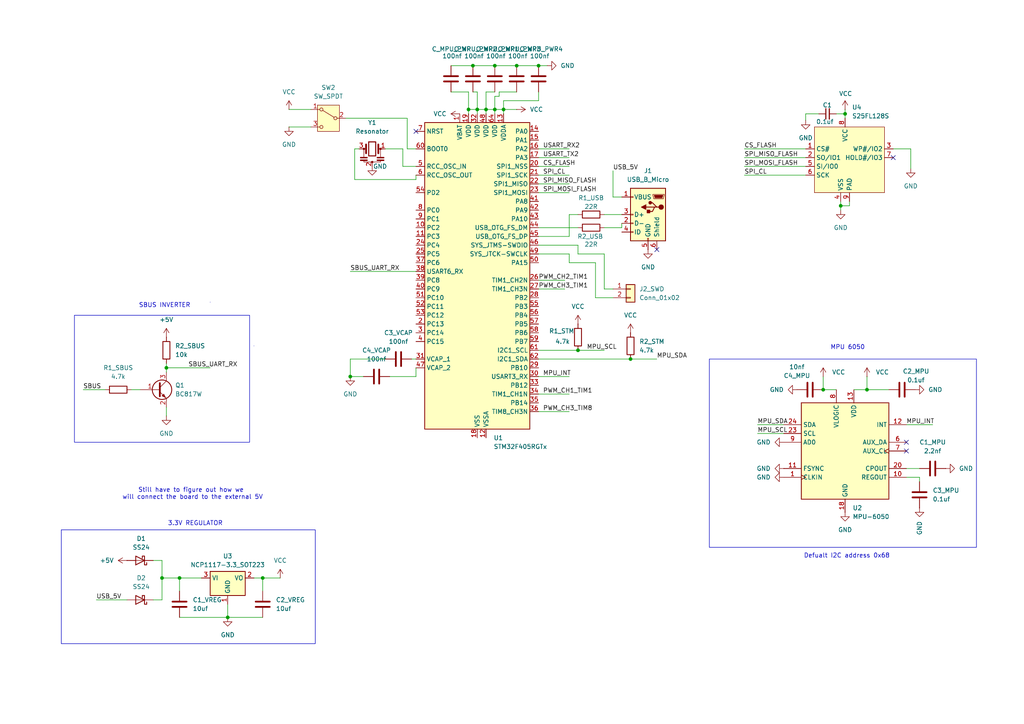
<source format=kicad_sch>
(kicad_sch (version 20231120) (generator "eeschema") (generator_version "8.0")
  (paper "A4")
  (lib_symbols
    (symbol "Connector:USB_B_Micro" (pin_names (offset 1.016))
      (property "Reference" "J" (at -5.08 11.43 0))
      (property "Value" "USB_B_Micro" (at -5.08 8.89 0))
      (symbol "USB_B_Micro_0_1"
        (rectangle (start -5.08 -7.62) (end 5.08 7.62) (stroke (width 0.254)) (fill (type background)))
        (circle (center -3.81 2.159) (radius 0.635) (stroke (width 0.254)) (fill (type outline)))
        (circle (center -0.635 3.429) (radius 0.381) (stroke (width 0.254)) (fill (type outline)))
        (rectangle (start -0.127 -7.62) (end 0.127 -6.858))
        (polyline (pts (xy -1.905 2.159) (xy 0.635 2.159)) (stroke (width 0.254)))
        (polyline (pts (xy -3.175 2.159) (xy -2.54 2.159) (xy -1.27 3.429) (xy -0.635 3.429)) (stroke (width 0.254)))
        (polyline (pts (xy -2.54 2.159) (xy -1.905 2.159) (xy -1.27 0.889) (xy 0 0.889)) (stroke (width 0.254)))
        (polyline (pts (xy 0.635 2.794) (xy 0.635 1.524) (xy 1.905 2.159) (xy 0.635 2.794)) (stroke (width 0.254)) (fill (type outline)))
        (polyline (pts (xy -4.318 5.588) (xy -1.778 5.588) (xy -2.032 4.826) (xy -4.064 4.826) (xy -4.318 5.588)) (fill (type outline)))
        (polyline (pts (xy -4.699 5.842) (xy -4.699 5.588) (xy -4.445 4.826) (xy -4.445 4.572) (xy -1.651 4.572) (xy -1.651 4.826) (xy -1.397 5.588) (xy -1.397 5.842) (xy -4.699 5.842)))
        (rectangle (start 0.254 1.27) (end -0.508 0.508) (stroke (width 0.254)) (fill (type outline)))
        (rectangle (start 5.08 -5.207) (end 4.318 -4.953))
        (rectangle (start 5.08 -2.667) (end 4.318 -2.413))
        (rectangle (start 5.08 -0.127) (end 4.318 0.127))
        (rectangle (start 5.08 4.953) (end 4.318 5.207))
      )
      (symbol "USB_B_Micro_1_1"
        (pin power_out line (at 7.62 5.08 180) (length 2.54) (name "VBUS") (number "1"))
        (pin bidirectional line (at 7.62 -2.54 180) (length 2.54) (name "D-") (number "2"))
        (pin bidirectional line (at 7.62 0 180) (length 2.54) (name "D+") (number "3"))
        (pin passive line (at 7.62 -5.08 180) (length 2.54) (name "ID") (number "4"))
        (pin power_out line (at 0 -10.16 90) (length 2.54) (name "GND") (number "5"))
        (pin passive line (at -2.54 -10.16 90) (length 2.54) (name "Shield") (number "6"))
      )
    )
    (symbol "Connector_Generic:Conn_01x02" (pin_names (offset 1.016) hide)
      (property "Reference" "J" (at 0 2.54 0))
      (property "Value" "Conn_01x02" (at 0 -5.08 0))
      (symbol "Conn_01x02_1_1"
        (rectangle (start -1.27 -2.413) (end 0 -2.667) (stroke (width 0.1524)))
        (rectangle (start -1.27 0.127) (end 0 -0.127) (stroke (width 0.1524)))
        (rectangle (start -1.27 1.27) (end 1.27 -3.81) (stroke (width 0.254)) (fill (type background)))
        (pin passive line (at -5.08 0 0) (length 3.81) (name "Pin_1") (number "1"))
        (pin passive line (at -5.08 -2.54 0) (length 3.81) (name "Pin_2") (number "2"))
      )
    )
    (symbol "Device:C" (pin_numbers hide) (pin_names (offset 0.254))
      (property "Reference" "C" (at 0.635 2.54 0))
      (property "Value" "C" (at 0.635 -2.54 0))
      (symbol "C_0_1"
        (polyline (pts (xy -2.032 -0.762) (xy 2.032 -0.762)) (stroke (width 0.508)))
        (polyline (pts (xy -2.032 0.762) (xy 2.032 0.762)) (stroke (width 0.508)))
      )
      (symbol "C_1_1"
        (pin passive line (at 0 3.81 270) (length 2.794) (name "~") (number "1"))
        (pin passive line (at 0 -3.81 90) (length 2.794) (name "~") (number "2"))
      )
    )
    (symbol "Device:C_Small" (pin_numbers hide) (pin_names (offset 0.254) hide)
      (property "Reference" "C" (at 0.254 1.778 0))
      (property "Value" "C_Small" (at 0.254 -2.032 0))
      (symbol "C_Small_0_1"
        (polyline (pts (xy -1.524 -0.508) (xy 1.524 -0.508)) (stroke (width 0.3302)))
        (polyline (pts (xy -1.524 0.508) (xy 1.524 0.508)) (stroke (width 0.3048)))
      )
      (symbol "C_Small_1_1"
        (pin passive line (at 0 2.54 270) (length 2.032) (name "~") (number "1"))
        (pin passive line (at 0 -2.54 90) (length 2.032) (name "~") (number "2"))
      )
    )
    (symbol "Device:R" (pin_numbers hide) (pin_names (offset 0))
      (property "Reference" "R" (at 2.032 0 90))
      (property "Value" "R" (at 0 0 90))
      (symbol "R_0_1"
        (rectangle (start -1.016 -2.54) (end 1.016 2.54) (stroke (width 0.254)))
      )
      (symbol "R_1_1"
        (pin passive line (at 0 3.81 270) (length 1.27) (name "~") (number "1"))
        (pin passive line (at 0 -3.81 90) (length 1.27) (name "~") (number "2"))
      )
    )
    (symbol "Device:Resonator" (pin_names (offset 1.016) hide)
      (property "Reference" "Y" (at 0 5.715 0))
      (property "Value" "Resonator" (at 0 3.81 0))
      (symbol "Resonator_0_1"
        (rectangle (start -3.429 -3.175) (end -1.397 -3.429) (fill (type outline)))
        (rectangle (start -3.429 -2.413) (end -1.397 -2.667) (fill (type outline)))
        (circle (center -2.413 0) (radius 0.254) (fill (type outline)))
        (rectangle (start -1.016 2.032) (end 1.016 -2.032) (stroke (width 0.3048)))
        (circle (center 0 -3.81) (radius 0.254) (fill (type outline)))
        (polyline (pts (xy -2.413 -2.413) (xy -2.413 0)))
        (polyline (pts (xy -1.905 0) (xy -3.175 0)))
        (polyline (pts (xy -1.778 -1.27) (xy -1.778 1.27)) (stroke (width 0.508)))
        (polyline (pts (xy 1.778 -1.27) (xy 1.778 1.27)) (stroke (width 0.508)))
        (polyline (pts (xy 1.905 0) (xy 2.54 0)))
        (polyline (pts (xy 2.413 0) (xy 2.413 -2.54)))
        (polyline (pts (xy 2.413 -3.302) (xy 2.413 -3.81) (xy -2.413 -3.81) (xy -2.413 -3.302)))
        (rectangle (start 1.397 -3.175) (end 3.429 -3.429) (fill (type outline)))
        (rectangle (start 1.397 -2.413) (end 3.429 -2.667) (fill (type outline)))
        (circle (center 2.413 0) (radius 0.254) (fill (type outline)))
      )
      (symbol "Resonator_1_1"
        (pin passive line (at -3.81 0 0) (length 1.27) (name "1") (number "1"))
        (pin passive line (at 0 -5.08 90) (length 1.27) (name "2") (number "2"))
        (pin passive line (at 3.81 0 180) (length 1.27) (name "3") (number "3"))
      )
    )
    (symbol "Diode:SS24" (pin_numbers hide) (pin_names (offset 1.016) hide)
      (property "Reference" "D" (at 0 2.54 0))
      (property "Value" "SS24" (at 0 -2.54 0))
      (symbol "SS24_0_1"
        (polyline (pts (xy 1.27 0) (xy -1.27 0)))
        (polyline (pts (xy 1.27 1.27) (xy 1.27 -1.27) (xy -1.27 0) (xy 1.27 1.27)) (stroke (width 0.254)))
        (polyline (pts (xy -1.905 0.635) (xy -1.905 1.27) (xy -1.27 1.27) (xy -1.27 -1.27) (xy -0.635 -1.27) (xy -0.635 -0.635)) (stroke (width 0.254)))
      )
      (symbol "SS24_1_1"
        (pin passive line (at -3.81 0 0) (length 2.54) (name "K") (number "1"))
        (pin passive line (at 3.81 0 180) (length 2.54) (name "A") (number "2"))
      )
    )
    (symbol "MCU_ST_STM32F4:STM32F405RGTx"
      (property "Reference" "U1" (at 4.7341 -45.72 0))
      (property "Value" "STM32F405RGTx" (at 4.7341 -48.26 0))
      (symbol "STM32F405RGTx_0_1"
        (rectangle (start -15.24 -43.18) (end 15.24 45.72) (stroke (width 0.254)) (fill (type background)))
      )
      (symbol "STM32F405RGTx_1_1"
        (pin power_in line (at -5.08 48.26 270) (length 2.54) (name "VBAT") (number "1"))
        (pin bidirectional line (at -17.78 15.24 0) (length 2.54) (name "PC2") (number "10"))
        (pin bidirectional line (at -17.78 12.7 0) (length 2.54) (name "PC3") (number "11"))
        (pin power_in line (at 2.54 -45.72 90) (length 2.54) (name "VSSA") (number "12"))
        (pin power_in line (at 7.62 48.26 270) (length 2.54) (name "VDDA") (number "13"))
        (pin bidirectional line (at 17.78 43.18 180) (length 2.54) (name "PA0") (number "14"))
        (pin bidirectional line (at 17.78 40.64 180) (length 2.54) (name "PA1") (number "15"))
        (pin bidirectional line (at 17.78 38.1 180) (length 2.54) (name "PA2") (number "16"))
        (pin bidirectional line (at 17.78 35.56 180) (length 2.54) (name "PA3") (number "17"))
        (pin power_in line (at 0 -45.72 90) (length 2.54) (name "VSS") (number "18"))
        (pin power_in line (at -2.54 48.26 270) (length 2.54) (name "VDD") (number "19"))
        (pin bidirectional line (at -17.78 -12.7 0) (length 2.54) (name "PC13") (number "2"))
        (pin bidirectional line (at 17.78 33.02 180) (length 2.54) (name "PA4") (number "20") (alternate "SPI1_NSS" bidirectional line))
        (pin bidirectional line (at 17.78 30.48 180) (length 2.54) (name "PA5") (number "21") (alternate "SPI1_SCK" bidirectional line))
        (pin bidirectional line (at 17.78 27.94 180) (length 2.54) (name "PA6") (number "22") (alternate "SPI1_MISO" bidirectional line))
        (pin bidirectional line (at 17.78 25.4 180) (length 2.54) (name "PA7") (number "23") (alternate "SPI1_MOSI" bidirectional line) (alternate "TIM1_CH1N" bidirectional line))
        (pin bidirectional line (at -17.78 10.16 0) (length 2.54) (name "PC4") (number "24"))
        (pin bidirectional line (at -17.78 7.62 0) (length 2.54) (name "PC5") (number "25"))
        (pin bidirectional line (at 17.78 0 180) (length 2.54) (name "PB0") (number "26") (alternate "TIM1_CH2N" bidirectional line))
        (pin bidirectional line (at 17.78 -2.54 180) (length 2.54) (name "PB1") (number "27") (alternate "TIM1_CH3N" bidirectional line) (alternate "TIM8_CH3N" bidirectional line))
        (pin bidirectional line (at 17.78 -5.08 180) (length 2.54) (name "PB2") (number "28"))
        (pin bidirectional line (at 17.78 -25.4 180) (length 2.54) (name "PB10") (number "29"))
        (pin bidirectional line (at -17.78 -15.24 0) (length 2.54) (name "PC14") (number "3"))
        (pin bidirectional line (at 17.78 -27.94 180) (length 2.54) (name "PB11") (number "30") (alternate "USART3_RX" bidirectional line))
        (pin power_out line (at -17.78 -22.86 0) (length 2.54) (name "VCAP_1") (number "31"))
        (pin power_in line (at 0 48.26 270) (length 2.54) (name "VDD") (number "32"))
        (pin bidirectional line (at 17.78 -30.48 180) (length 2.54) (name "PB12") (number "33"))
        (pin bidirectional line (at 17.78 -33.02 180) (length 2.54) (name "PB13") (number "34") (alternate "TIM1_CH1N" bidirectional line))
        (pin bidirectional line (at 17.78 -35.56 180) (length 2.54) (name "PB14") (number "35") (alternate "TIM1_CH2N" bidirectional line))
        (pin bidirectional line (at 17.78 -38.1 180) (length 2.54) (name "PB15") (number "36") (alternate "TIM1_CH3N" bidirectional line) (alternate "TIM8_CH3N" bidirectional line))
        (pin bidirectional line (at -17.78 5.08 0) (length 2.54) (name "PC6") (number "37"))
        (pin bidirectional line (at -17.78 2.54 0) (length 2.54) (name "PC7") (number "38") (alternate "USART6_RX" bidirectional line))
        (pin bidirectional line (at -17.78 0 0) (length 2.54) (name "PC8") (number "39"))
        (pin bidirectional line (at -17.78 -17.78 0) (length 2.54) (name "PC15") (number "4"))
        (pin bidirectional line (at -17.78 -2.54 0) (length 2.54) (name "PC9") (number "40"))
        (pin bidirectional line (at 17.78 22.86 180) (length 2.54) (name "PA8") (number "41"))
        (pin bidirectional line (at 17.78 20.32 180) (length 2.54) (name "PA9") (number "42"))
        (pin bidirectional line (at 17.78 17.78 180) (length 2.54) (name "PA10") (number "43"))
        (pin bidirectional line (at 17.78 15.24 180) (length 2.54) (name "PA11") (number "44") (alternate "USB_OTG_FS_DM" bidirectional line))
        (pin bidirectional line (at 17.78 12.7 180) (length 2.54) (name "PA12") (number "45") (alternate "USB_OTG_FS_DP" bidirectional line))
        (pin bidirectional line (at 17.78 10.16 180) (length 2.54) (name "PA13_SWDIO") (number "46") (alternate "SYS_JTMS-SWDIO" bidirectional line))
        (pin power_out line (at -17.78 -25.4 0) (length 2.54) (name "VCAP_2") (number "47"))
        (pin power_in line (at 2.54 48.26 270) (length 2.54) (name "VDD") (number "48"))
        (pin bidirectional line (at 17.78 7.62 180) (length 2.54) (name "PA14_SWDCLK") (number "49") (alternate "SYS_JTCK-SWCLK" bidirectional line))
        (pin bidirectional line (at -17.78 33.02 0) (length 2.54) (name "PH0") (number "5") (alternate "RCC_OSC_IN" bidirectional line))
        (pin bidirectional line (at 17.78 5.08 180) (length 2.54) (name "PA15") (number "50") (alternate "SPI1_NSS" bidirectional line))
        (pin bidirectional line (at -17.78 -5.08 0) (length 2.54) (name "PC10") (number "51"))
        (pin bidirectional line (at -17.78 -7.62 0) (length 2.54) (name "PC11") (number "52") (alternate "USART3_RX" bidirectional line))
        (pin bidirectional line (at -17.78 -10.16 0) (length 2.54) (name "PC12") (number "53"))
        (pin bidirectional line (at -17.78 25.4 0) (length 2.54) (name "PD2") (number "54"))
        (pin bidirectional line (at 17.78 -7.62 180) (length 2.54) (name "PB3") (number "55") (alternate "SPI1_SCK" bidirectional line))
        (pin bidirectional line (at 17.78 -10.16 180) (length 2.54) (name "PB4") (number "56") (alternate "SPI1_MISO" bidirectional line))
        (pin bidirectional line (at 17.78 -12.7 180) (length 2.54) (name "PB5") (number "57") (alternate "SPI1_MOSI" bidirectional line))
        (pin bidirectional line (at 17.78 -15.24 180) (length 2.54) (name "PB6") (number "58") (alternate "I2C1_SCL" bidirectional line))
        (pin bidirectional line (at 17.78 -17.78 180) (length 2.54) (name "PB7") (number "59") (alternate "I2C1_SDA" bidirectional line))
        (pin bidirectional line (at -17.78 30.48 0) (length 2.54) (name "PH1") (number "6") (alternate "RCC_OSC_OUT" bidirectional line))
        (pin input line (at -17.78 38.1 0) (length 2.54) (name "BOOT0") (number "60"))
        (pin bidirectional line (at 17.78 -20.32 180) (length 2.54) (name "PB8") (number "61") (alternate "I2C1_SCL" bidirectional line))
        (pin bidirectional line (at 17.78 -22.86 180) (length 2.54) (name "PB9") (number "62") (alternate "I2C1_SDA" bidirectional line))
        (pin passive line (at 0 -45.72 90) (length 2.54) hide (name "VSS") (number "63"))
        (pin power_in line (at 5.08 48.26 270) (length 2.54) (name "VDD") (number "64"))
        (pin input line (at -17.78 43.18 0) (length 2.54) (name "NRST") (number "7"))
        (pin bidirectional line (at -17.78 20.32 0) (length 2.54) (name "PC0") (number "8"))
        (pin bidirectional line (at -17.78 17.78 0) (length 2.54) (name "PC1") (number "9"))
      )
    )
    (symbol "Regulator_Linear:NCP1117-3.3_SOT223"
      (property "Reference" "U" (at -3.81 3.175 0))
      (property "Value" "NCP1117-3.3_SOT223" (at 0 3.175 0))
      (symbol "NCP1117-3.3_SOT223_0_1"
        (rectangle (start -5.08 -5.08) (end 5.08 1.905) (stroke (width 0.254)) (fill (type background)))
      )
      (symbol "NCP1117-3.3_SOT223_1_1"
        (pin power_in line (at 0 -7.62 90) (length 2.54) (name "GND") (number "1"))
        (pin power_out line (at 7.62 0 180) (length 2.54) (name "VO") (number "2"))
        (pin power_in line (at -7.62 0 0) (length 2.54) (name "VI") (number "3"))
      )
    )
    (symbol "Sensor_Motion:MPU-6050"
      (property "Reference" "U" (at -11.43 13.97 0))
      (property "Value" "MPU-6050" (at 7.62 -15.24 0))
      (symbol "MPU-6050_0_0"
        (text "" (at 12.7 -2.54 0) (effects (font (size 1.27 1.27))))
      )
      (symbol "MPU-6050_0_1"
        (rectangle (start -12.7 13.97) (end 12.7 -13.97) (stroke (width 0.254)) (fill (type background)))
      )
      (symbol "MPU-6050_1_1"
        (pin input clock (at -17.78 -7.62 0) (length 5.08) (name "CLKIN") (number "1"))
        (pin passive line (at 17.78 -7.62 180) (length 5.08) (name "REGOUT") (number "10"))
        (pin input line (at -17.78 -5.08 0) (length 5.08) (name "FSYNC") (number "11"))
        (pin output line (at 17.78 7.62 180) (length 5.08) (name "INT") (number "12"))
        (pin power_in line (at 2.54 17.78 270) (length 3.81) (name "VDD") (number "13"))
        (pin no_connect line (at -12.7 -10.16 0) (length 2.54) hide (name "NC") (number "14"))
        (pin no_connect line (at 12.7 12.7 180) (length 2.54) hide (name "NC") (number "15"))
        (pin no_connect line (at 12.7 10.16 180) (length 2.54) hide (name "NC") (number "16"))
        (pin no_connect line (at 12.7 5.08 180) (length 2.54) hide (name "NC") (number "17"))
        (pin power_in line (at 0 -17.78 90) (length 3.81) (name "GND") (number "18"))
        (pin no_connect line (at 12.7 -10.16 180) (length 2.54) hide (name "RESV") (number "19"))
        (pin no_connect line (at -12.7 12.7 0) (length 2.54) hide (name "NC") (number "2"))
        (pin passive line (at 17.78 -5.08 180) (length 5.08) (name "CPOUT") (number "20"))
        (pin no_connect line (at 12.7 -2.54 180) (length 2.54) hide (name "RESV") (number "21"))
        (pin no_connect line (at 12.7 -12.7 180) (length 2.54) hide (name "RESV") (number "22"))
        (pin input line (at -17.78 5.08 0) (length 5.08) (name "SCL") (number "23"))
        (pin bidirectional line (at -17.78 7.62 0) (length 5.08) (name "SDA") (number "24"))
        (pin no_connect line (at -12.7 10.16 0) (length 2.54) hide (name "NC") (number "3"))
        (pin no_connect line (at -12.7 0 0) (length 2.54) hide (name "NC") (number "4"))
        (pin no_connect line (at -12.7 -2.54 0) (length 2.54) hide (name "NC") (number "5"))
        (pin bidirectional line (at 17.78 2.54 180) (length 5.08) (name "AUX_DA") (number "6"))
        (pin output clock (at 17.78 0 180) (length 5.08) (name "AUX_CL") (number "7"))
        (pin power_in line (at -2.54 17.78 270) (length 3.81) (name "VLOGIC") (number "8"))
        (pin input line (at -17.78 2.54 0) (length 5.08) (name "AD0") (number "9"))
      )
    )
    (symbol "Switch:SW_SPDT" (pin_names (offset 0) hide)
      (property "Reference" "SW" (at 0 5.08 0))
      (property "Value" "SW_SPDT" (at 0 -5.08 0))
      (symbol "SW_SPDT_0_1"
        (circle (center -2.032 0) (radius 0.4572))
        (polyline (pts (xy -1.651 0.254) (xy 1.651 2.286)))
        (circle (center 2.032 -2.54) (radius 0.4572))
        (circle (center 2.032 2.54) (radius 0.4572))
      )
      (symbol "SW_SPDT_1_1"
        (rectangle (start -3.175 3.81) (end 3.175 -3.81) (fill (type background)))
        (pin passive line (at 5.08 2.54 180) (length 2.54) (name "A") (number "1"))
        (pin passive line (at -5.08 0 0) (length 2.54) (name "B") (number "2"))
        (pin passive line (at 5.08 -2.54 180) (length 2.54) (name "C") (number "3"))
      )
    )
    (symbol "Transistor_BJT:BC817W" (pin_names (offset 0) hide)
      (property "Reference" "Q" (at 5.08 1.905 0))
      (property "Value" "BC817W" (at 5.08 0 0))
      (symbol "BC817W_0_1"
        (polyline (pts (xy 0.635 0.635) (xy 2.54 2.54)))
        (polyline (pts (xy 0.635 -0.635) (xy 2.54 -2.54) (xy 2.54 -2.54)))
        (polyline (pts (xy 0.635 1.905) (xy 0.635 -1.905) (xy 0.635 -1.905)) (stroke (width 0.508)))
        (polyline (pts (xy 1.27 -1.778) (xy 1.778 -1.27) (xy 2.286 -2.286) (xy 1.27 -1.778) (xy 1.27 -1.778)) (fill (type outline)))
        (circle (center 1.27 0) (radius 2.8194) (stroke (width 0.254)))
      )
      (symbol "BC817W_1_1"
        (pin input line (at -5.08 0 0) (length 5.715) (name "B") (number "1"))
        (pin passive line (at 2.54 -5.08 90) (length 2.54) (name "E") (number "2"))
        (pin passive line (at 2.54 5.08 270) (length 2.54) (name "C") (number "3"))
      )
    )
    (symbol "UGR-22 Screen:S25FL128S"
      (property "Reference" "U" (at 0 17.78 0))
      (property "Value" "S25FL128S" (at 0 15.24 0))
      (symbol "S25FL128S_0_1"
        (rectangle (start -8.89 10.16) (end 11.43 -8.89) (fill (type background)))
      )
      (symbol "S25FL128S_1_1"
        (pin input line (at -11.43 3.81 0) (length 2.54) (name "CS#") (number "1"))
        (pin input line (at -11.43 1.27 0) (length 2.54) (name "SO/IO1") (number "2"))
        (pin input line (at 13.97 3.81 180) (length 2.54) (name "WP#/IO2") (number "3"))
        (pin power_in line (at -1.27 -11.43 90) (length 2.54) (name "VSS") (number "4"))
        (pin input line (at -11.43 -1.27 0) (length 2.54) (name "SI/IO0") (number "5"))
        (pin input line (at -11.43 -3.81 0) (length 2.54) (name "SCK") (number "6"))
        (pin input line (at 13.97 1.27 180) (length 2.54) (name "HOLD#/IO3") (number "7"))
        (pin power_in line (at 0 12.7 270) (length 2.54) (name "VCC") (number "8"))
        (pin free line (at 1.27 -11.43 90) (length 2.54) (name "PAD") (number "9"))
      )
    )
    (symbol "power:+5V" (power) (pin_numbers hide) (pin_names (offset 0) hide)
      (property "Value" "+5V" (at 0 3.556 0))
      (symbol "+5V_0_1"
        (polyline (pts (xy -0.762 1.27) (xy 0 2.54)))
        (polyline (pts (xy 0 0) (xy 0 2.54)))
        (polyline (pts (xy 0 2.54) (xy 0.762 1.27)))
      )
      (symbol "+5V_1_1"
        (pin power_in line (at 0 0 90) (length 0) (name "~") (number "1"))
      )
    )
    (symbol "power:GND" (power) (pin_numbers hide) (pin_names (offset 0) hide)
      (property "Value" "GND" (at 0 -3.81 0))
      (symbol "GND_0_1"
        (polyline (pts (xy 0 0) (xy 0 -1.27) (xy 1.27 -1.27) (xy 0 -2.54) (xy -1.27 -1.27) (xy 0 -1.27)))
      )
      (symbol "GND_1_1"
        (pin power_in line (at 0 0 270) (length 0) (name "~") (number "1"))
      )
    )
    (symbol "power:VCC" (power) (pin_numbers hide) (pin_names (offset 0) hide)
      (property "Value" "VCC" (at 0 3.556 0))
      (symbol "VCC_0_1"
        (polyline (pts (xy -0.762 1.27) (xy 0 2.54)))
        (polyline (pts (xy 0 0) (xy 0 2.54)))
        (polyline (pts (xy 0 2.54) (xy 0.762 1.27)))
      )
      (symbol "VCC_1_1"
        (pin power_in line (at 0 0 90) (length 0) (name "~") (number "1"))
      )
    )
  )
  (junction (at 46.99 167.64))
  (junction (at 238.76 113.03))
  (junction (at 52.07 167.64))
  (junction (at 137.16 19.05))
  (junction (at 66.04 179.07))
  (junction (at 167.64 101.6))
  (junction (at 243.84 59.69))
  (junction (at 251.46 113.03))
  (junction (at 143.51 19.05))
  (junction (at 48.26 106.68))
  (junction (at 138.43 31.75))
  (junction (at 156.21 19.05))
  (junction (at 135.89 31.75))
  (junction (at 182.88 104.14))
  (junction (at 149.86 19.05))
  (junction (at 76.2 167.64))
  (junction (at 101.6 109.22))
  (junction (at 245.11 33.02))
  (junction (at 146.05 31.75))
  (junction (at 140.97 31.75))
  (junction (at 143.51 31.75))
  (no_connect (at 259.08 45.72))
  (no_connect (at 190.5 72.39))
  (no_connect (at 120.65 38.1))
  (no_connect (at 262.89 130.81))
  (no_connect (at 262.89 128.27))
  (wire (pts (xy 138.43 31.75) (xy 140.97 31.75)))
  (wire (pts (xy 215.9 50.8) (xy 233.68 50.8)))
  (wire (pts (xy 167.64 71.12) (xy 156.21 71.12)))
  (wire (pts (xy 144.78 27.94) (xy 143.51 27.94)))
  (wire (pts (xy 156.21 119.38) (xy 165.1 119.38)))
  (wire (pts (xy 48.26 118.11) (xy 48.26 120.65)))
  (wire (pts (xy 215.9 43.18) (xy 233.68 43.18)))
  (wire (pts (xy 143.51 31.75) (xy 143.51 33.02)))
  (wire (pts (xy 167.64 62.23) (xy 165.1 62.23)))
  (wire (pts (xy 102.87 52.07) (xy 120.65 52.07)))
  (wire (pts (xy 135.89 31.75) (xy 138.43 31.75)))
  (wire (pts (xy 180.34 57.15) (xy 177.8 57.15)))
  (wire (pts (xy 156.21 109.22) (xy 165.1 109.22)))
  (wire (pts (xy 175.26 62.23) (xy 180.34 62.23)))
  (wire (pts (xy 135.89 26.67) (xy 135.89 31.75)))
  (wire (pts (xy 251.46 113.03) (xy 247.65 113.03)))
  (wire (pts (xy 264.16 43.18) (xy 259.08 43.18)))
  (wire (pts (xy 219.71 123.19) (xy 227.33 123.19)))
  (wire (pts (xy 48.26 106.68) (xy 48.26 107.95)))
  (wire (pts (xy 66.04 179.07) (xy 76.2 179.07)))
  (wire (pts (xy 156.21 19.05) (xy 158.75 19.05)))
  (wire (pts (xy 101.6 78.74) (xy 120.65 78.74)))
  (wire (pts (xy 215.9 48.26) (xy 233.68 48.26)))
  (wire (pts (xy 246.38 59.69) (xy 246.38 58.42)))
  (wire (pts (xy 52.07 179.07) (xy 66.04 179.07)))
  (wire (pts (xy 58.42 167.64) (xy 52.07 167.64)))
  (wire (pts (xy 233.68 33.02) (xy 237.49 33.02)))
  (wire (pts (xy 251.46 109.22) (xy 251.46 113.03)))
  (wire (pts (xy 140.97 31.75) (xy 143.51 31.75)))
  (wire (pts (xy 262.89 138.43) (xy 266.7 138.43)))
  (wire (pts (xy 83.82 31.75) (xy 90.17 31.75)))
  (wire (pts (xy 167.64 101.6) (xy 175.26 101.6)))
  (wire (pts (xy 144.78 26.67) (xy 144.78 27.94)))
  (wire (pts (xy 215.9 45.72) (xy 233.68 45.72)))
  (wire (pts (xy 243.84 58.42) (xy 243.84 59.69)))
  (wire (pts (xy 233.68 34.925) (xy 233.68 33.02)))
  (wire (pts (xy 243.84 59.69) (xy 243.84 60.96)))
  (wire (pts (xy 172.72 76.2) (xy 172.72 86.36)))
  (wire (pts (xy 138.43 26.67) (xy 137.16 26.67)))
  (wire (pts (xy 156.21 101.6) (xy 167.64 101.6)))
  (wire (pts (xy 156.21 114.3) (xy 165.1 114.3)))
  (wire (pts (xy 156.21 81.28) (xy 163.83 81.28)))
  (wire (pts (xy 120.65 43.18) (xy 118.11 43.18)))
  (wire (pts (xy 46.99 173.99) (xy 46.99 167.64)))
  (wire (pts (xy 156.21 66.04) (xy 167.64 66.04)))
  (wire (pts (xy 146.05 31.75) (xy 146.05 29.21)))
  (wire (pts (xy 165.1 68.58) (xy 156.21 68.58)))
  (wire (pts (xy 156.21 83.82) (xy 163.83 83.82)))
  (wire (pts (xy 165.1 62.23) (xy 165.1 68.58)))
  (wire (pts (xy 76.2 167.64) (xy 81.28 167.64)))
  (wire (pts (xy 156.21 29.21) (xy 156.21 26.67)))
  (wire (pts (xy 135.89 31.75) (xy 135.89 33.02)))
  (wire (pts (xy 146.05 33.02) (xy 146.05 31.75)))
  (wire (pts (xy 46.99 167.64) (xy 46.99 162.56)))
  (wire (pts (xy 24.13 113.03) (xy 30.48 113.03)))
  (wire (pts (xy 266.7 138.43) (xy 266.7 139.7)))
  (wire (pts (xy 73.66 167.64) (xy 76.2 167.64)))
  (wire (pts (xy 165.1 73.66) (xy 165.1 76.2)))
  (wire (pts (xy 245.11 31.75) (xy 245.11 33.02)))
  (wire (pts (xy 177.8 49.53) (xy 177.8 57.15)))
  (wire (pts (xy 140.97 26.67) (xy 140.97 31.75)))
  (wire (pts (xy 156.21 43.18) (xy 165.1 43.18)))
  (wire (pts (xy 175.26 73.66) (xy 167.64 73.66)))
  (wire (pts (xy 238.76 109.22) (xy 238.76 113.03)))
  (wire (pts (xy 149.86 19.05) (xy 156.21 19.05)))
  (wire (pts (xy 245.11 33.02) (xy 245.11 34.29)))
  (wire (pts (xy 101.6 104.14) (xy 101.6 109.22)))
  (wire (pts (xy 116.84 48.26) (xy 120.65 48.26)))
  (wire (pts (xy 156.21 104.14) (xy 182.88 104.14)))
  (wire (pts (xy 262.89 135.89) (xy 266.7 135.89)))
  (wire (pts (xy 118.11 43.18) (xy 118.11 34.29)))
  (wire (pts (xy 146.05 29.21) (xy 156.21 29.21)))
  (wire (pts (xy 38.1 113.03) (xy 40.64 113.03)))
  (wire (pts (xy 242.57 33.02) (xy 245.11 33.02)))
  (wire (pts (xy 180.34 64.77) (xy 180.34 66.04)))
  (wire (pts (xy 143.51 31.75) (xy 146.05 31.75)))
  (wire (pts (xy 149.86 26.67) (xy 144.78 26.67)))
  (wire (pts (xy 143.51 27.94) (xy 143.51 31.75)))
  (wire (pts (xy 119.38 104.14) (xy 120.65 104.14)))
  (wire (pts (xy 167.64 73.66) (xy 167.64 71.12)))
  (wire (pts (xy 52.07 167.64) (xy 46.99 167.64)))
  (wire (pts (xy 44.45 173.99) (xy 46.99 173.99)))
  (wire (pts (xy 46.99 162.56) (xy 44.45 162.56)))
  (wire (pts (xy 146.05 31.75) (xy 149.86 31.75)))
  (wire (pts (xy 48.26 106.68) (xy 60.96 106.68)))
  (wire (pts (xy 156.21 55.88) (xy 165.1 55.88)))
  (wire (pts (xy 104.14 43.18) (xy 102.87 43.18)))
  (wire (pts (xy 137.16 19.05) (xy 143.51 19.05)))
  (wire (pts (xy 130.81 19.05) (xy 137.16 19.05)))
  (wire (pts (xy 156.21 48.26) (xy 165.1 48.26)))
  (wire (pts (xy 264.16 48.895) (xy 264.16 43.18)))
  (wire (pts (xy 262.89 123.19) (xy 270.51 123.19)))
  (wire (pts (xy 227.33 125.73) (xy 219.71 125.73)))
  (wire (pts (xy 238.76 113.03) (xy 242.57 113.03)))
  (wire (pts (xy 116.84 43.18) (xy 116.84 48.26)))
  (wire (pts (xy 27.94 173.99) (xy 36.83 173.99)))
  (wire (pts (xy 76.2 167.64) (xy 76.2 171.45)))
  (wire (pts (xy 102.87 43.18) (xy 102.87 52.07)))
  (wire (pts (xy 111.76 104.14) (xy 101.6 104.14)))
  (wire (pts (xy 83.82 36.83) (xy 90.17 36.83)))
  (wire (pts (xy 156.21 73.66) (xy 165.1 73.66)))
  (wire (pts (xy 143.51 19.05) (xy 149.86 19.05)))
  (wire (pts (xy 111.76 43.18) (xy 116.84 43.18)))
  (wire (pts (xy 48.26 105.41) (xy 48.26 106.68)))
  (wire (pts (xy 120.65 106.68) (xy 120.65 109.22)))
  (wire (pts (xy 180.34 66.04) (xy 175.26 66.04)))
  (wire (pts (xy 120.65 109.22) (xy 113.03 109.22)))
  (wire (pts (xy 156.21 45.72) (xy 165.1 45.72)))
  (wire (pts (xy 101.6 109.22) (xy 105.41 109.22)))
  (wire (pts (xy 143.51 26.67) (xy 140.97 26.67)))
  (wire (pts (xy 182.88 104.14) (xy 190.5 104.14)))
  (wire (pts (xy 156.21 50.8) (xy 165.1 50.8)))
  (wire (pts (xy 175.26 83.82) (xy 177.8 83.82)))
  (wire (pts (xy 175.26 73.66) (xy 175.26 83.82)))
  (wire (pts (xy 138.43 26.67) (xy 138.43 31.75)))
  (wire (pts (xy 118.11 34.29) (xy 100.33 34.29)))
  (wire (pts (xy 243.84 59.69) (xy 246.38 59.69)))
  (wire (pts (xy 140.97 31.75) (xy 140.97 33.02)))
  (wire (pts (xy 130.81 26.67) (xy 135.89 26.67)))
  (wire (pts (xy 120.65 52.07) (xy 120.65 50.8)))
  (wire (pts (xy 251.46 113.03) (xy 257.81 113.03)))
  (wire (pts (xy 66.04 175.26) (xy 66.04 179.07)))
  (wire (pts (xy 138.43 31.75) (xy 138.43 33.02)))
  (wire (pts (xy 52.07 167.64) (xy 52.07 171.45)))
  (wire (pts (xy 172.72 86.36) (xy 177.8 86.36)))
  (wire (pts (xy 165.1 76.2) (xy 172.72 76.2)))
  (wire (pts (xy 156.21 53.34) (xy 165.1 53.34)))
  (rectangle (start 21.59 91.44) (end 72.39 128.27))
  (rectangle (start 17.78 153.67) (end 91.44 186.69))
  (rectangle (start 73.66 100.33) (end 73.66 100.33))
  (rectangle (start 71.12 91.44) (end 71.12 91.44))
  (rectangle (start 205.74 104.14) (end 283.21 158.75))
  (rectangle (start 60.96 87.63) (end 60.96 87.63))
  (text "3.3V REGULATOR" (at 56.642 151.892 0) (effects (font (size 1.27 1.27))))
  (text "SBUS INVERTER" (at 47.752 88.646 0) (effects (font (size 1.27 1.27))))
  (text "MPU 6050" (at 245.872 100.838 0) (effects (font (size 1.27 1.27))))
  (text "Defualt I2C address 0x68" (at 245.618 161.29 0) (effects (font (size 1.27 1.27))))
  (text "Still have to figure out how we \nwill connect the board to the external 5V" (at 55.88 143.256 0) (effects (font (size 1.27 1.27))))
  (label "MPU_INT" (at 157.48 109.22 0))
  (label "USART_RX2" (at 157.48 43.18 0))
  (label "USART_TX2" (at 157.48 45.72 0))
  (label "SPI_MOSI_FLASH" (at 157.48 55.88 0))
  (label "CS_FLASH" (at 157.48 48.26 0))
  (label "PWM_CH3_TIM8" (at 157.48 119.38 0))
  (label "SPI_CL" (at 157.48 50.8 0))
  (label "USB_5V" (at 177.8 49.53 0))
  (label "MPU_SDA" (at 219.71 123.19 0))
  (label "SPI_MISO_FLASH" (at 215.9 45.72 0))
  (label "MPU_SCL" (at 219.71 125.73 0))
  (label "SPI_MOSI_FLASH" (at 215.9 48.26 0))
  (label "PWM_CH1_TIM1" (at 157.48 114.3 0))
  (label "PWM_CH2_TIM1" (at 156.21 81.28 0))
  (label "MPU_INT" (at 262.89 123.19 0))
  (label "MPU_SCL" (at 170.18 101.6 0))
  (label "SPI_CL" (at 215.9 50.8 0))
  (label "MPU_SDA" (at 190.5 104.14 0))
  (label "SPI_MISO_FLASH" (at 157.48 53.34 0))
  (label "SBUS" (at 24.13 113.03 0))
  (label "PWM_CH3_TIM1" (at 156.21 83.82 0))
  (label "SBUS_UART_RX" (at 54.61 106.68 0))
  (label "SBUS_UART_RX" (at 101.6 78.74 0))
  (label "CS_FLASH" (at 215.9 43.18 0))
  (label "USB_5V" (at 27.94 173.99 0))
  (symbol (lib_id "power:GND") (at 48.26 120.65 0) (unit 1)
    (property "Reference" "#PWR019" (effects (hide yes)))
    (property "Value" "GND" (at 48.26 125.73 0))
    (property "Description" "Power symbol creates a global label with name \"GND\" , ground" (effects (hide yes)))
  )
  (symbol (lib_id "Device:C") (at 266.7 143.51 0) (unit 1)
    (property "Reference" "C3_MPU" (at 270.51 142.2399 0) (effects (justify left)))
    (property "Value" "0.1uf" (at 270.51 144.7799 0) (effects (justify left)))
    (property "Footprint" "Capacitor_SMD:C_0603_1608Metric_Pad1.08x0.95mm_HandSolder" (effects (hide yes)))
    (property "Description" "Unpolarized capacitor" (effects (hide yes)))
  )
  (symbol (lib_id "power:+5V") (at 48.26 97.79 0) (unit 1)
    (property "Reference" "#PWR018" (effects (hide yes)))
    (property "Value" "+5V" (at 48.26 92.71 0))
    (property "Description" "Power symbol creates a global label with name \"+5V\"" (effects (hide yes)))
  )
  (symbol (lib_id "Device:R") (at 34.29 113.03 270) (unit 1)
    (property "Reference" "R1_SBUS" (at 34.29 106.68 90))
    (property "Value" "4.7k" (at 34.29 109.22 90))
    (property "Footprint" "Resistor_SMD:R_0603_1608Metric_Pad0.98x0.95mm_HandSolder" (effects (hide yes)))
    (property "Description" "Resistor" (effects (hide yes)))
  )
  (symbol (lib_id "power:GND") (at 266.7 147.32 0) (unit 1)
    (property "Reference" "#PWR011" (effects (hide yes)))
    (property "Value" "GND" (at 266.7001 151.13 90) (effects (justify right)))
    (property "Description" "Power symbol creates a global label with name \"GND\" , ground" (effects (hide yes)))
  )
  (symbol (lib_id "power:GND") (at 274.32 135.89 90) (unit 1)
    (property "Reference" "#PWR010" (effects (hide yes)))
    (property "Value" "GND" (at 278.13 135.8899 90) (effects (justify right)))
    (property "Description" "Power symbol creates a global label with name \"GND\" , ground" (effects (hide yes)))
  )
  (symbol (lib_id "Device:C") (at 156.21 22.86 0) (unit 1)
    (property "Reference" "C_MPU_PWR4" (at 150.622 14.224 0) (effects (justify left)))
    (property "Value" "100nf" (at 153.67 16.256 0) (effects (justify left)))
    (property "Footprint" "Capacitor_SMD:C_0603_1608Metric_Pad1.08x0.95mm_HandSolder" (effects (hide yes)))
    (property "Description" "Unpolarized capacitor" (effects (hide yes)))
  )
  (symbol (lib_id "power:GND") (at 83.82 36.83 0) (unit 1)
    (property "Reference" "#PWR05" (effects (hide yes)))
    (property "Value" "GND" (at 83.82 41.91 0))
    (property "Description" "Power symbol creates a global label with name \"GND\" , ground" (effects (hide yes)))
  )
  (symbol (lib_id "power:GND") (at 227.33 138.43 270) (unit 1)
    (property "Reference" "#PWR012" (effects (hide yes)))
    (property "Value" "GND" (at 223.52 138.4299 90) (effects (justify right)))
    (property "Description" "Power symbol creates a global label with name \"GND\" , ground" (effects (hide yes)))
  )
  (symbol (lib_id "power:GND") (at 227.33 128.27 270) (unit 1)
    (property "Reference" "#PWR016" (effects (hide yes)))
    (property "Value" "GND" (at 223.52 128.2699 90) (effects (justify right)))
    (property "Description" "Power symbol creates a global label with name \"GND\" , ground" (effects (hide yes)))
  )
  (symbol (lib_id "power:GND") (at 101.6 109.22 0) (unit 1)
    (property "Reference" "#PWR06" (effects (hide yes)))
    (property "Value" "GND" (at 101.6 114.3 0))
    (property "Description" "Power symbol creates a global label with name \"GND\" , ground" (effects (hide yes)))
  )
  (symbol (lib_id "power:GND") (at 243.84 60.96 0) (unit 1)
    (property "Reference" "#PWR024" (effects (hide yes)))
    (property "Value" "GND" (at 243.84 66.04 0))
  )
  (symbol (lib_id "Sensor_Motion:MPU-6050") (at 245.11 130.81 0) (unit 1)
    (property "Reference" "U2" (at 247.3041 147.32 0) (effects (justify left)))
    (property "Value" "MPU-6050" (at 247.3041 149.86 0) (effects (justify left)))
    (property "Footprint" "Sensor_Motion:InvenSense_QFN-24_4x4mm_P0.5mm" (effects (hide yes)))
    (property "Datasheet" "https://invensense.tdk.com/wp-content/uploads/2015/02/MPU-6000-Datasheet1.pdf" (effects (hide yes)))
    (property "Description" "InvenSense 6-Axis Motion Sensor, Gyroscope, Accelerometer, I2C" (effects (hide yes)))
  )
  (symbol (lib_id "power:GND") (at 107.95 48.26 0) (unit 1)
    (property "Reference" "#PWR03" (effects (hide yes)))
    (property "Value" "GND" (at 110.236 48.26 0))
    (property "Description" "Power symbol creates a global label with name \"GND\" , ground" (effects (hide yes)))
  )
  (symbol (lib_id "power:GND") (at 66.04 179.07 0) (unit 1)
    (property "Reference" "#PWR01" (effects (hide yes)))
    (property "Value" "GND" (at 66.04 184.15 0))
    (property "Description" "Power symbol creates a global label with name \"GND\" , ground" (effects (hide yes)))
  )
  (symbol (lib_id "power:VCC") (at 81.28 167.64 0) (unit 1)
    (property "Reference" "#PWR02" (effects (hide yes)))
    (property "Value" "VCC" (at 81.28 162.56 0))
    (property "Description" "Power symbol creates a global label with name \"VCC\"" (effects (hide yes)))
  )
  (symbol (lib_id "Device:C") (at 261.62 113.03 90) (unit 1)
    (property "Reference" "C2_MPU" (at 265.684 107.696 90))
    (property "Value" "0.1uf" (at 265.684 110.236 90))
    (property "Footprint" "Capacitor_SMD:C_0603_1608Metric_Pad1.08x0.95mm_HandSolder" (effects (hide yes)))
    (property "Description" "Unpolarized capacitor" (effects (hide yes)))
  )
  (symbol (lib_id "power:VCC") (at 182.88 96.52 0) (unit 1)
    (property "Reference" "#PWR015" (effects (hide yes)))
    (property "Value" "VCC" (at 182.88 91.44 0))
    (property "Description" "Power symbol creates a global label with name \"VCC\"" (effects (hide yes)))
  )
  (symbol (lib_id "Device:C") (at 149.86 22.86 0) (unit 1)
    (property "Reference" "C_MPU_PWR3" (at 144.272 14.224 0) (effects (justify left)))
    (property "Value" "100nf" (at 147.32 16.256 0) (effects (justify left)))
    (property "Footprint" "Capacitor_SMD:C_0603_1608Metric_Pad1.08x0.95mm_HandSolder" (effects (hide yes)))
    (property "Description" "Unpolarized capacitor" (effects (hide yes)))
  )
  (symbol (lib_id "Transistor_BJT:BC817W") (at 45.72 113.03 0) (unit 1)
    (property "Reference" "Q1" (at 50.8 111.7599 0) (effects (justify left)))
    (property "Value" "BC817W" (at 50.8 114.2999 0) (effects (justify left)))
    (property "Footprint" "Package_TO_SOT_SMD:SOT-23" (effects (hide yes)))
    (property "Datasheet" "https://www.onsemi.com/pub/Collateral/BC818-D.pdf" (effects (hide yes)))
    (property "Description" "0.8A Ic, 45V Vce, NPN Transistor, SOT-323" (effects (hide yes)))
  )
  (symbol (lib_id "Device:C") (at 109.22 109.22 90) (unit 1)
    (property "Reference" "C4_VCAP" (at 109.22 101.6 90))
    (property "Value" "100nf" (at 109.22 104.14 90))
    (property "Footprint" "Capacitor_SMD:C_0603_1608Metric_Pad1.08x0.95mm_HandSolder" (effects (hide yes)))
    (property "Description" "Unpolarized capacitor" (effects (hide yes)))
  )
  (symbol (lib_id "power:VCC") (at 238.76 109.22 0) (unit 1)
    (property "Reference" "#PWR028" (effects (hide yes)))
    (property "Value" "VCC" (at 241.3 107.9499 0) (effects (justify left)))
    (property "Description" "Power symbol creates a global label with name \"VCC\"" (effects (hide yes)))
  )
  (symbol (lib_id "Device:R") (at 182.88 100.33 0) (unit 1)
    (property "Reference" "R2_STM" (at 185.42 99.0599 0) (effects (justify left)))
    (property "Value" "4.7k" (at 185.42 101.5999 0) (effects (justify left)))
    (property "Footprint" "Resistor_SMD:R_0603_1608Metric_Pad0.98x0.95mm_HandSolder" (effects (hide yes)))
    (property "Description" "Resistor" (effects (hide yes)))
  )
  (symbol (lib_id "Device:C") (at 115.57 104.14 90) (unit 1)
    (property "Reference" "C3_VCAP" (at 115.57 96.52 90))
    (property "Value" "100nf" (at 115.57 99.06 90))
    (property "Footprint" "Capacitor_SMD:C_0603_1608Metric_Pad1.08x0.95mm_HandSolder" (effects (hide yes)))
    (property "Description" "Unpolarized capacitor" (effects (hide yes)))
  )
  (symbol (lib_id "Switch:SW_SPDT") (at 95.25 34.29 0) (mirror y) (unit 1)
    (property "Reference" "SW2" (at 95.25 25.4 0))
    (property "Value" "SW_SPDT" (at 95.25 27.94 0))
    (property "Footprint" "Button_Switch_THT:SW_Slide-03_Wuerth-WS-SLTV_10x2.5x6.4_P2.54mm" (effects (hide yes)))
    (property "Description" "Switch, single pole double throw" (effects (hide yes)))
  )
  (symbol (lib_id "power:VCC") (at 149.86 31.75 270) (unit 1)
    (property "Reference" "#PWR021" (effects (hide yes)))
    (property "Value" "VCC" (at 153.67 31.7499 90) (effects (justify left)))
    (property "Description" "Power symbol creates a global label with name \"VCC\"" (effects (hide yes)))
  )
  (symbol (lib_id "Device:R") (at 48.26 101.6 0) (unit 1)
    (property "Reference" "R2_SBUS" (at 50.8 100.3299 0) (effects (justify left)))
    (property "Value" "10k" (at 50.8 102.8699 0) (effects (justify left)))
    (property "Footprint" "Resistor_SMD:R_0603_1608Metric_Pad0.98x0.95mm_HandSolder" (effects (hide yes)))
    (property "Description" "Resistor" (effects (hide yes)))
  )
  (symbol (lib_id "power:VCC") (at 133.35 33.02 90) (unit 1)
    (property "Reference" "#PWR022" (effects (hide yes)))
    (property "Value" "VCC" (at 129.54 33.0199 90) (effects (justify left)))
    (property "Description" "Power symbol creates a global label with name \"VCC\"" (effects (hide yes)))
  )
  (symbol (lib_id "power:VCC") (at 83.82 31.75 0) (unit 1)
    (property "Reference" "#PWR04" (effects (hide yes)))
    (property "Value" "VCC" (at 83.82 26.67 0))
    (property "Description" "Power symbol creates a global label with name \"VCC\"" (effects (hide yes)))
  )
  (symbol (lib_id "Device:C") (at 137.16 22.86 0) (unit 1)
    (property "Reference" "C_MPU_PWR2" (at 131.572 14.224 0) (effects (justify left)))
    (property "Value" "100nf" (at 134.62 16.256 0) (effects (justify left)))
    (property "Footprint" "Capacitor_SMD:C_0603_1608Metric_Pad1.08x0.95mm_HandSolder" (effects (hide yes)))
    (property "Description" "Unpolarized capacitor" (effects (hide yes)))
  )
  (symbol (lib_id "Device:C") (at 52.07 175.26 0) (unit 1)
    (property "Reference" "C1_VREG" (at 55.88 173.9899 0) (effects (justify left)))
    (property "Value" "10uf" (at 55.88 176.5299 0) (effects (justify left)))
    (property "Footprint" "Capacitor_SMD:C_0603_1608Metric_Pad1.08x0.95mm_HandSolder" (effects (hide yes)))
    (property "Description" "Unpolarized capacitor" (effects (hide yes)))
  )
  (symbol (lib_id "UGR-22 Screen:S25FL128S") (at 245.11 46.99 0) (unit 1)
    (property "Reference" "U4" (at 247.1294 31.115 0) (effects (justify left)))
    (property "Value" "S25FL128S" (at 247.1294 33.655 0) (effects (justify left)))
    (property "Footprint" "Library:WSON-8-1EP_8x6mm_P1.27mm_EP3.4x4.3mm" (effects (hide yes)))
  )
  (symbol (lib_id "Device:C") (at 234.95 113.03 270) (unit 1)
    (property "Reference" "C4_MPU" (at 231.14 108.966 90))
    (property "Value" "10nf" (at 231.14 106.426 90))
    (property "Footprint" "Capacitor_SMD:C_0603_1608Metric_Pad1.08x0.95mm_HandSolder" (effects (hide yes)))
    (property "Description" "Unpolarized capacitor" (effects (hide yes)))
  )
  (symbol (lib_id "Device:C") (at 143.51 22.86 0) (unit 1)
    (property "Reference" "C_MPU_PWR1" (at 137.922 14.224 0) (effects (justify left)))
    (property "Value" "100nf" (at 140.97 16.256 0) (effects (justify left)))
    (property "Footprint" "Capacitor_SMD:C_0603_1608Metric_Pad1.08x0.95mm_HandSolder" (effects (hide yes)))
    (property "Description" "Unpolarized capacitor" (effects (hide yes)))
  )
  (symbol (lib_id "Connector_Generic:Conn_01x02") (at 182.88 83.82 0) (unit 1)
    (property "Reference" "J2_SWD" (at 185.42 83.8199 0) (effects (justify left)))
    (property "Value" "Conn_01x02" (at 185.42 86.3599 0) (effects (justify left)))
    (property "Footprint" "Connector_PinSocket_2.00mm:PinSocket_1x02_P2.00mm_Vertical" (effects (hide yes)))
    (property "Description" "Generic connector, single row, 01x02, script generated (kicad-library-utils/schlib/autogen/connector/)" (effects (hide yes)))
  )
  (symbol (lib_id "Device:R") (at 171.45 66.04 90) (unit 1)
    (property "Reference" "R2_USB" (at 171.196 68.58 90))
    (property "Value" "22R" (at 171.45 70.866 90))
    (property "Footprint" "Resistor_SMD:R_0603_1608Metric_Pad0.98x0.95mm_HandSolder" (effects (hide yes)))
    (property "Description" "Resistor" (effects (hide yes)))
  )
  (symbol (lib_id "MCU_ST_STM32F4:STM32F405RGTx") (at 138.43 81.28 0) (unit 1)
    (property "Reference" "U1" (at 143.1641 127 0) (effects (justify left)))
    (property "Value" "STM32F405RGTx" (at 143.1641 129.54 0) (effects (justify left)))
    (property "Footprint" "Package_QFP:LQFP-64_10x10mm_P0.5mm" (effects (hide yes)))
    (property "Datasheet" "https://www.st.com/resource/en/datasheet/stm32f405rg.pdf" (effects (hide yes)))
    (property "Description" "STMicroelectronics Arm Cortex-M4 MCU, 1024KB flash, 192KB RAM, 168 MHz, 1.8-3.6V, 51 GPIO, LQFP64" (effects (hide yes)))
    (pin "22" (alternate "SPI1_MISO"))
    (pin "34" (alternate "TIM1_CH1N"))
    (pin "6" (alternate "RCC_OSC_OUT"))
    (pin "21" (alternate "SPI1_SCK"))
    (pin "61" (alternate "I2C1_SCL"))
    (pin "62" (alternate "I2C1_SDA"))
    (pin "20" (alternate "SPI1_NSS"))
    (pin "23" (alternate "SPI1_MOSI"))
    (pin "45" (alternate "USB_OTG_FS_DP"))
    (pin "46" (alternate "SYS_JTMS-SWDIO"))
    (pin "26" (alternate "TIM1_CH2N"))
    (pin "49" (alternate "SYS_JTCK-SWCLK"))
    (pin "5" (alternate "RCC_OSC_IN"))
    (pin "30" (alternate "USART3_RX"))
    (pin "27" (alternate "TIM1_CH3N"))
    (pin "44" (alternate "USB_OTG_FS_DM"))
    (pin "38" (alternate "USART6_RX"))
    (pin "36" (alternate "TIM8_CH3N"))
  )
  (symbol (lib_id "Connector:USB_B_Micro") (at 187.96 62.23 0) (mirror y) (unit 1)
    (property "Reference" "J1" (at 187.96 49.53 0))
    (property "Value" "USB_B_Micro" (at 187.96 52.07 0))
    (property "Footprint" "Connector_USB:USB_Micro-B_Amphenol_10103594-0001LF_Horizontal" (effects (hide yes)))
    (property "Description" "USB Micro Type B connector" (effects (hide yes)))
  )
  (symbol (lib_id "power:GND") (at 265.43 113.03 90) (unit 1)
    (property "Reference" "#PWR027" (effects (hide yes)))
    (property "Value" "GND" (at 269.24 113.0299 90) (effects (justify right)))
    (property "Description" "Power symbol creates a global label with name \"GND\" , ground" (effects (hide yes)))
  )
  (symbol (lib_id "power:GND") (at 245.11 148.59 0) (unit 1)
    (property "Reference" "#PWR08" (effects (hide yes)))
    (property "Value" "GND" (at 245.11 153.67 0))
    (property "Description" "Power symbol creates a global label with name \"GND\" , ground" (effects (hide yes)))
  )
  (symbol (lib_id "Diode:SS24") (at 40.64 162.56 180) (unit 1)
    (property "Reference" "D1" (at 40.9575 156.21 0))
    (property "Value" "SS24" (at 40.9575 158.75 0))
    (property "Footprint" "Diode_SMD:D_SMA" (effects (hide yes)))
    (property "Datasheet" "https://www.vishay.com/docs/88748/ss22.pdf" (effects (hide yes)))
    (property "Description" "40V 2A Schottky Diode, SMA" (effects (hide yes)))
  )
  (symbol (lib_id "power:+5V") (at 36.83 162.56 90) (unit 1)
    (property "Reference" "#PWR017" (effects (hide yes)))
    (property "Value" "+5V" (at 33.02 162.5599 90) (effects (justify left)))
    (property "Description" "Power symbol creates a global label with name \"+5V\"" (effects (hide yes)))
  )
  (symbol (lib_id "Regulator_Linear:NCP1117-3.3_SOT223") (at 66.04 167.64 0) (unit 1)
    (property "Reference" "U3" (at 66.04 161.29 0))
    (property "Value" "NCP1117-3.3_SOT223" (at 66.04 163.83 0))
    (property "Footprint" "Package_TO_SOT_SMD:SOT-223-3_TabPin2" (effects (hide yes)))
    (property "Datasheet" "http://www.onsemi.com/pub_link/Collateral/NCP1117-D.PDF" (effects (hide yes)))
    (property "Description" "1A Low drop-out regulator, Fixed Output 3.3V, SOT-223" (effects (hide yes)))
  )
  (symbol (lib_id "power:GND") (at 187.96 72.39 0) (unit 1)
    (property "Reference" "#PWR07" (effects (hide yes)))
    (property "Value" "GND" (at 187.96 77.47 0))
    (property "Description" "Power symbol creates a global label with name \"GND\" , ground" (effects (hide yes)))
  )
  (symbol (lib_id "power:GND") (at 264.16 48.895 0) (unit 1)
    (property "Reference" "#PWR026" (effects (hide yes)))
    (property "Value" "GND" (at 264.16 53.975 0))
  )
  (symbol (lib_id "power:GND") (at 231.14 113.03 270) (unit 1)
    (property "Reference" "#PWR029" (effects (hide yes)))
    (property "Value" "GND" (at 227.33 113.0301 90) (effects (justify right)))
    (property "Description" "Power symbol creates a global label with name \"GND\" , ground" (effects (hide yes)))
  )
  (symbol (lib_id "Device:R") (at 167.64 97.79 0) (unit 1)
    (property "Reference" "R1_STM" (at 159.258 96.012 0) (effects (justify left)))
    (property "Value" "4.7k" (at 161.036 99.06 0) (effects (justify left)))
    (property "Footprint" "Resistor_SMD:R_0603_1608Metric_Pad0.98x0.95mm_HandSolder" (effects (hide yes)))
    (property "Description" "Resistor" (effects (hide yes)))
  )
  (symbol (lib_id "Device:Resonator") (at 107.95 43.18 0) (mirror y) (unit 1)
    (property "Reference" "Y1" (at 107.95 35.56 0))
    (property "Value" "Resonator" (at 107.95 38.1 0))
    (property "Footprint" "Crystal:Resonator_SMD_Murata_CSTCR_4.5x2x1.15mm" (effects (hide yes)))
    (property "Description" "Three pin ceramic resonator" (effects (hide yes)))
  )
  (symbol (lib_id "power:GND") (at 227.33 135.89 270) (unit 1)
    (property "Reference" "#PWR013" (effects (hide yes)))
    (property "Value" "GND" (at 223.52 135.8899 90) (effects (justify right)))
    (property "Description" "Power symbol creates a global label with name \"GND\" , ground" (effects (hide yes)))
  )
  (symbol (lib_id "Device:C_Small") (at 240.03 33.02 90) (unit 1)
    (property "Reference" "C1" (at 241.3 30.48 90) (effects (justify left)))
    (property "Value" "0.1uf" (at 241.808 35.306 90) (effects (justify left)))
    (property "Footprint" "Capacitor_SMD:C_0603_1608Metric_Pad1.08x0.95mm_HandSolder" (effects (hide yes)))
  )
  (symbol (lib_id "power:GND") (at 233.68 34.925 0) (unit 1)
    (property "Reference" "#PWR023" (effects (hide yes)))
    (property "Value" "GND" (at 233.68 40.005 0))
  )
  (symbol (lib_id "power:VCC") (at 245.11 31.75 0) (unit 1)
    (property "Reference" "#PWR025" (effects (hide yes)))
    (property "Value" "VCC" (at 243.332 27.178 0) (effects (justify left)))
    (property "Description" "Power symbol creates a global label with name \"VCC\"" (effects (hide yes)))
  )
  (symbol (lib_id "Device:C") (at 76.2 175.26 0) (unit 1)
    (property "Reference" "C2_VREG" (at 80.01 173.9899 0) (effects (justify left)))
    (property "Value" "10uf" (at 80.01 176.5299 0) (effects (justify left)))
    (property "Footprint" "Capacitor_SMD:C_0603_1608Metric_Pad1.08x0.95mm_HandSolder" (effects (hide yes)))
    (property "Description" "Unpolarized capacitor" (effects (hide yes)))
  )
  (symbol (lib_id "power:GND") (at 158.75 19.05 90) (unit 1)
    (property "Reference" "#PWR020" (effects (hide yes)))
    (property "Value" "GND" (at 162.56 19.0499 90) (effects (justify right)))
    (property "Description" "Power symbol creates a global label with name \"GND\" , ground" (effects (hide yes)))
  )
  (symbol (lib_id "Device:C") (at 130.81 22.86 0) (unit 1)
    (property "Reference" "C_MPU_PWR" (at 125.222 14.224 0) (effects (justify left)))
    (property "Value" "100nf" (at 128.27 16.256 0) (effects (justify left)))
    (property "Footprint" "Capacitor_SMD:C_0603_1608Metric_Pad1.08x0.95mm_HandSolder" (effects (hide yes)))
    (property "Description" "Unpolarized capacitor" (effects (hide yes)))
  )
  (symbol (lib_id "power:VCC") (at 251.46 109.22 0) (unit 1)
    (property "Reference" "#PWR09" (effects (hide yes)))
    (property "Value" "VCC" (at 254 107.9499 0) (effects (justify left)))
    (property "Description" "Power symbol creates a global label with name \"VCC\"" (effects (hide yes)))
  )
  (symbol (lib_id "power:VCC") (at 167.64 93.98 0) (unit 1)
    (property "Reference" "#PWR014" (effects (hide yes)))
    (property "Value" "VCC" (at 167.64 88.9 0))
    (property "Description" "Power symbol creates a global label with name \"VCC\"" (effects (hide yes)))
  )
  (symbol (lib_id "Device:R") (at 171.45 62.23 90) (unit 1)
    (property "Reference" "R1_USB" (at 171.45 57.404 90))
    (property "Value" "22R" (at 171.45 59.944 90))
    (property "Footprint" "Resistor_SMD:R_0603_1608Metric_Pad0.98x0.95mm_HandSolder" (effects (hide yes)))
    (property "Description" "Resistor" (effects (hide yes)))
  )
  (symbol (lib_id "Device:C") (at 270.51 135.89 90) (unit 1)
    (property "Reference" "C1_MPU" (at 270.51 128.27 90))
    (property "Value" "2.2nf" (at 270.51 130.81 90))
    (property "Footprint" "Capacitor_SMD:C_0603_1608Metric_Pad1.08x0.95mm_HandSolder" (effects (hide yes)))
    (property "Description" "Unpolarized capacitor" (effects (hide yes)))
  )
  (symbol (lib_id "Diode:SS24") (at 40.64 173.99 180) (unit 1)
    (property "Reference" "D2" (at 40.9575 167.64 0))
    (property "Value" "SS24" (at 40.9575 170.18 0))
    (property "Footprint" "Diode_SMD:D_SMA" (effects (hide yes)))
    (property "Datasheet" "https://www.vishay.com/docs/88748/ss22.pdf" (effects (hide yes)))
    (property "Description" "40V 2A Schottky Diode, SMA" (effects (hide yes)))
  )
)
</source>
